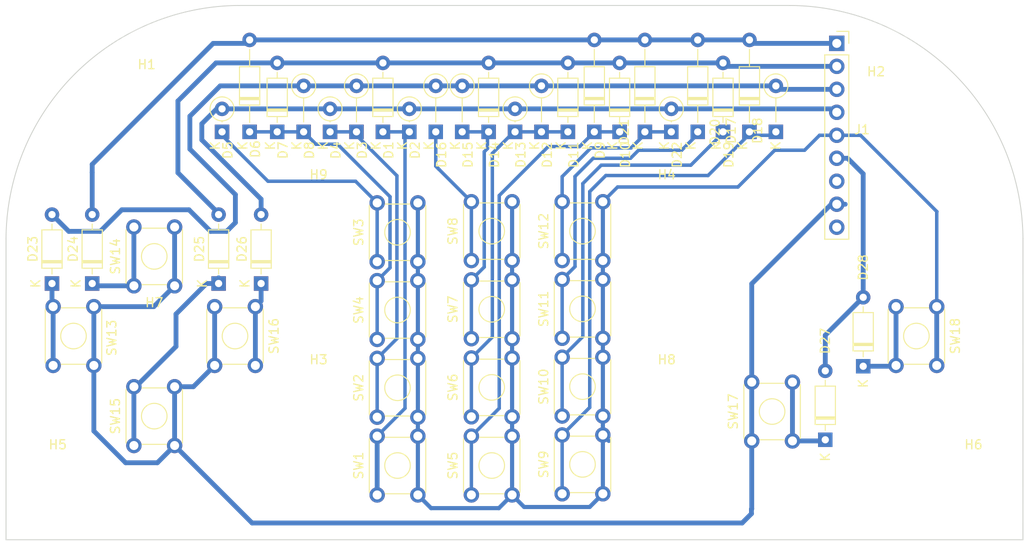
<source format=kicad_pcb>
(kicad_pcb (version 20240108) (generator "pcbnew") (generator_version "8.0")
  (layers (0 "F.Cu" signal) (31 "B.Cu" signal) (34 "B.Paste" user) (35 "F.Paste" user) (36 "B.SilkS" user "B.Silkscreen") (37 "F.SilkS" user "F.Silkscreen") (38 "B.Mask" user) (39 "F.Mask" user) (44 "Edge.Cuts" user))
  (net 0 "")
  (net 1 "/DIN_2")
  (net 2 "/DIN_4")
  (net 3 "/DIN_3")
  (net 4 "/DIN_1")
  (net 5 "Net-(D1-K)")
  (net 6 "Net-(D3-K)")
  (net 7 "Net-(D5-K)")
  (net 8 "/DIN_6")
  (net 9 "/DIN_5")
  (net 10 "Net-(D6-K)")
  (net 11 "Net-(D10-K)")
  (net 12 "Net-(D11-K)")
  (net 13 "Net-(D14-K)")
  (net 14 "Net-(D16-K)")
  (net 15 "Net-(D17-K)")
  (net 16 "Net-(D19-K)")
  (net 17 "Net-(D20-K)")
  (net 18 "Net-(D21-K)")
  (net 19 "Net-(D23-K)")
  (net 20 "Net-(D24-K)")
  (net 21 "Net-(D25-K)")
  (net 22 "Net-(D26-K)")
  (net 23 "Net-(D27-K)")
  (net 24 "Net-(D28-K)")
  (net 27 "/DIN_8")
  (footprint "Diode_THT:D_DO-35_SOD27_P7.62mm_Horizontal" (layer "F.Cu") (at 128.651 85.852 90)
    (property "Reference" "D1" (at -2.032 0.635 90) (layer "F.SilkS"))
    (property "Value" "D_Small")
    (fp_text user "K" (at -1.524 -0.762 90) (layer "F.SilkS"))
    (pad "1" thru_hole rect (at 0 0 90) (size 1.6 1.6) (drill 0.8) (layers "*.Cu" "*.Mask") (net 5 "Net-(D1-K)"))
    (pad "2" thru_hole oval (at 7.62 0 90) (size 1.6 1.6) (drill 0.8) (layers "*.Cu" "*.Mask") (net 1 "/DIN_2"))
  )
  (footprint "Diode_THT:D_DO-35_SOD27_P2.54mm_Vertical_KathodeUp" (layer "F.Cu") (at 131.572 85.852 90)
    (property "Reference" "D2" (at -2.032 0.635 90) (layer "F.SilkS"))
    (property "Value" "D_Small")
    (fp_text user "K" (at -1.524 -0.762 90) (layer "F.SilkS"))
    (pad "1" thru_hole rect (at 0 0 90) (size 1.6 1.6) (drill 0.8) (layers "*.Cu" "*.Mask") (net 5 "Net-(D1-K)"))
    (pad "2" thru_hole oval (at 2.54 0 90) (size 1.6 1.6) (drill 0.8) (layers "*.Cu" "*.Mask") (net 2 "/DIN_4"))
  )
  (footprint "Diode_THT:D_DO-35_SOD27_P2.54mm_Vertical_KathodeUp" (layer "F.Cu") (at 122.809 85.852 90)
    (property "Reference" "D4" (at -2.032 0.635 90) (layer "F.SilkS"))
    (property "Value" "D_Small")
    (fp_text user "K" (at -1.524 -0.762 90) (layer "F.SilkS"))
    (pad "1" thru_hole rect (at 0 0 90) (size 1.6 1.6) (drill 0.8) (layers "*.Cu" "*.Mask") (net 6 "Net-(D3-K)"))
    (pad "2" thru_hole oval (at 2.54 0 90) (size 1.6 1.6) (drill 0.8) (layers "*.Cu" "*.Mask") (net 2 "/DIN_4"))
  )
  (footprint "Diode_THT:D_DO-35_SOD27_P2.54mm_Vertical_KathodeUp" (layer "F.Cu") (at 110.871 85.852 90)
    (property "Reference" "D5" (at -2.032 0.635 90) (layer "F.SilkS"))
    (property "Value" "D_Small")
    (fp_text user "K" (at -1.524 -0.762 90) (layer "F.SilkS"))
    (pad "1" thru_hole rect (at 0 0 90) (size 1.6 1.6) (drill 0.8) (layers "*.Cu" "*.Mask") (net 7 "Net-(D5-K)"))
    (pad "2" thru_hole oval (at 2.54 0 90) (size 1.6 1.6) (drill 0.8) (layers "*.Cu" "*.Mask") (net 2 "/DIN_4"))
  )
  (footprint "Diode_THT:D_DO-35_SOD27_P10.16mm_Horizontal" (layer "F.Cu") (at 113.919 85.852 90)
    (property "Reference" "D6" (at -1.905 0.635 90) (layer "F.SilkS"))
    (property "Value" "D_Small")
    (fp_text user "K" (at -1.524 -0.762 90) (layer "F.SilkS"))
    (pad "1" thru_hole rect (at 0 0 90) (size 1.6 1.6) (drill 0.8) (layers "*.Cu" "*.Mask") (net 10 "Net-(D6-K)"))
    (pad "2" thru_hole oval (at 10.16 0 90) (size 1.6 1.6) (drill 0.8) (layers "*.Cu" "*.Mask") (net 4 "/DIN_1"))
  )
  (footprint "Diode_THT:D_DO-35_SOD27_P7.62mm_Horizontal" (layer "F.Cu") (at 116.967 85.852 90)
    (property "Reference" "D7" (at -2.032 0.635 90) (layer "F.SilkS"))
    (property "Value" "D_Small")
    (fp_text user "K" (at -1.524 -0.762 90) (layer "F.SilkS"))
    (pad "1" thru_hole rect (at 0 0 90) (size 1.6 1.6) (drill 0.8) (layers "*.Cu" "*.Mask") (net 10 "Net-(D6-K)"))
    (pad "2" thru_hole oval (at 7.62 0 90) (size 1.6 1.6) (drill 0.8) (layers "*.Cu" "*.Mask") (net 1 "/DIN_2"))
  )
  (footprint "Diode_THT:D_DO-35_SOD27_P5.08mm_Vertical_KathodeUp" (layer "F.Cu") (at 119.888 85.852 90)
    (property "Reference" "D8" (at -2.032 0.635 90) (layer "F.SilkS"))
    (property "Value" "D_Small")
    (fp_text user "K" (at -1.524 -0.762 90) (layer "F.SilkS"))
    (pad "1" thru_hole rect (at 0 0 90) (size 1.6 1.6) (drill 0.8) (layers "*.Cu" "*.Mask") (net 10 "Net-(D6-K)"))
    (pad "2" thru_hole oval (at 5.08 0 90) (size 1.6 1.6) (drill 0.8) (layers "*.Cu" "*.Mask") (net 3 "/DIN_3"))
  )
  (footprint "Diode_THT:D_DO-35_SOD27_P10.16mm_Horizontal" (layer "F.Cu") (at 152.019 85.852 90)
    (property "Reference" "D9" (at -2.032 0.635 90) (layer "F.SilkS"))
    (property "Value" "D_Small")
    (fp_text user "K" (at -1.524 -0.762 90) (layer "F.SilkS"))
    (pad "1" thru_hole rect (at 0 0 90) (size 1.6 1.6) (drill 0.8) (layers "*.Cu" "*.Mask") (net 11 "Net-(D10-K)"))
    (pad "2" thru_hole oval (at 10.16 0 90) (size 1.6 1.6) (drill 0.8) (layers "*.Cu" "*.Mask") (net 4 "/DIN_1"))
  )
  (footprint "Diode_THT:D_DO-35_SOD27_P7.62mm_Horizontal" (layer "F.Cu") (at 154.813 85.852 90)
    (property "Reference" "D10" (at -2.54 0.635 90) (layer "F.SilkS"))
    (property "Value" "D_Small")
    (fp_text user "K" (at -1.524 -0.762 90) (layer "F.SilkS"))
    (pad "1" thru_hole rect (at 0 0 90) (size 1.6 1.6) (drill 0.8) (layers "*.Cu" "*.Mask") (net 11 "Net-(D10-K)"))
    (pad "2" thru_hole oval (at 7.62 0 90) (size 1.6 1.6) (drill 0.8) (layers "*.Cu" "*.Mask") (net 1 "/DIN_2"))
  )
  (footprint "Diode_THT:D_DO-35_SOD27_P7.62mm_Horizontal" (layer "F.Cu") (at 149.098 85.852 90)
    (property "Reference" "D11" (at -2.54 0.635 90) (layer "F.SilkS"))
    (property "Value" "D_Small")
    (fp_text user "K" (at -1.524 -0.762 90) (layer "F.SilkS"))
    (pad "1" thru_hole rect (at 0 0 90) (size 1.6 1.6) (drill 0.8) (layers "*.Cu" "*.Mask") (net 12 "Net-(D11-K)"))
    (pad "2" thru_hole oval (at 7.62 0 90) (size 1.6 1.6) (drill 0.8) (layers "*.Cu" "*.Mask") (net 1 "/DIN_2"))
  )
  (footprint "Diode_THT:D_DO-35_SOD27_P5.08mm_Vertical_KathodeUp" (layer "F.Cu") (at 146.177 85.852 90)
    (property "Reference" "D12" (at -2.54 0.635 90) (layer "F.SilkS"))
    (property "Value" "D_Small")
    (fp_text user "K" (at -1.524 -0.762 90) (layer "F.SilkS"))
    (pad "1" thru_hole rect (at 0 0 90) (size 1.6 1.6) (drill 0.8) (layers "*.Cu" "*.Mask") (net 12 "Net-(D11-K)"))
    (pad "2" thru_hole oval (at 5.08 0 90) (size 1.6 1.6) (drill 0.8) (layers "*.Cu" "*.Mask") (net 3 "/DIN_3"))
  )
  (footprint "Diode_THT:D_DO-35_SOD27_P2.54mm_Vertical_KathodeUp" (layer "F.Cu") (at 143.256 85.852 90)
    (property "Reference" "D13" (at -2.54 0.635 90) (layer "F.SilkS"))
    (property "Value" "D_Small")
    (fp_text user "K" (at -1.524 -0.762 90) (layer "F.SilkS"))
    (pad "1" thru_hole rect (at 0 0 90) (size 1.6 1.6) (drill 0.8) (layers "*.Cu" "*.Mask") (net 12 "Net-(D11-K)"))
    (pad "2" thru_hole oval (at 2.54 0 90) (size 1.6 1.6) (drill 0.8) (layers "*.Cu" "*.Mask") (net 2 "/DIN_4"))
  )
  (footprint "Diode_THT:D_DO-35_SOD27_P7.62mm_Horizontal" (layer "F.Cu") (at 140.335 85.852 90)
    (property "Reference" "D14" (at -2.54 0.635 90) (layer "F.SilkS"))
    (property "Value" "D_Small")
    (fp_text user "K" (at -1.524 -0.762 90) (layer "F.SilkS"))
    (pad "1" thru_hole rect (at 0 0 90) (size 1.6 1.6) (drill 0.8) (layers "*.Cu" "*.Mask") (net 13 "Net-(D14-K)"))
    (pad "2" thru_hole oval (at 7.62 0 90) (size 1.6 1.6) (drill 0.8) (layers "*.Cu" "*.Mask") (net 1 "/DIN_2"))
  )
  (footprint "Diode_THT:D_DO-35_SOD27_P5.08mm_Vertical_KathodeUp" (layer "F.Cu") (at 137.414 85.852 90)
    (property "Reference" "D15" (at -2.54 0.635 90) (layer "F.SilkS"))
    (property "Value" "D_Small")
    (fp_text user "K" (at -1.524 -0.762 90) (layer "F.SilkS"))
    (pad "1" thru_hole rect (at 0 0 90) (size 1.6 1.6) (drill 0.8) (layers "*.Cu" "*.Mask") (net 13 "Net-(D14-K)"))
    (pad "2" thru_hole oval (at 5.08 0 90) (size 1.6 1.6) (drill 0.8) (layers "*.Cu" "*.Mask") (net 3 "/DIN_3"))
  )
  (footprint "Diode_THT:D_DO-35_SOD27_P5.08mm_Vertical_KathodeUp" (layer "F.Cu") (at 134.493 85.852 90)
    (property "Reference" "D16" (at -2.54 0.635 90) (layer "F.SilkS"))
    (property "Value" "D_Small")
    (fp_text user "K" (at -1.524 -0.762 90) (layer "F.SilkS"))
    (pad "1" thru_hole rect (at 0 0 90) (size 1.6 1.6) (drill 0.8) (layers "*.Cu" "*.Mask") (net 14 "Net-(D16-K)"))
    (pad "2" thru_hole oval (at 5.08 0 90) (size 1.6 1.6) (drill 0.8) (layers "*.Cu" "*.Mask") (net 3 "/DIN_3"))
  )
  (footprint "Diode_THT:D_DO-35_SOD27_P10.16mm_Horizontal" (layer "F.Cu") (at 169.164 85.852 90)
    (property "Reference" "D17" (at 0.127 -2.032 90) (layer "F.SilkS"))
    (property "Value" "D_Small")
    (fp_text user "K" (at -1.524 -0.762 90) (layer "F.SilkS"))
    (pad "1" thru_hole rect (at 0 0 90) (size 1.6 1.6) (drill 0.8) (layers "*.Cu" "*.Mask") (net 15 "Net-(D17-K)"))
    (pad "2" thru_hole oval (at 10.16 0 90) (size 1.6 1.6) (drill 0.8) (layers "*.Cu" "*.Mask") (net 4 "/DIN_1"))
  )
  (footprint "Diode_THT:D_DO-35_SOD27_P5.08mm_Vertical_KathodeUp" (layer "F.Cu") (at 172.085 85.852 90)
    (property "Reference" "D18" (at 0.127 -2.032 90) (layer "F.SilkS"))
    (property "Value" "D_Small")
    (fp_text user "K" (at -1.524 0 90) (layer "F.SilkS"))
    (pad "1" thru_hole rect (at 0 0 90) (size 1.6 1.6) (drill 0.8) (layers "*.Cu" "*.Mask") (net 15 "Net-(D17-K)"))
    (pad "2" thru_hole oval (at 5.08 0 90) (size 1.6 1.6) (drill 0.8) (layers "*.Cu" "*.Mask") (net 3 "/DIN_3"))
  )
  (footprint "Diode_THT:D_DO-35_SOD27_P7.62mm_Horizontal" (layer "F.Cu") (at 166.243 85.852 90)
    (property "Reference" "D19" (at -2.54 0.635 90) (layer "F.SilkS"))
    (property "Value" "D_Small")
    (fp_text user "K" (at -1.524 -0.762 90) (layer "F.SilkS"))
    (pad "1" thru_hole rect (at 0 0 90) (size 1.6 1.6) (drill 0.8) (layers "*.Cu" "*.Mask") (net 16 "Net-(D19-K)"))
    (pad "2" thru_hole oval (at 7.62 0 90) (size 1.6 1.6) (drill 0.8) (layers "*.Cu" "*.Mask") (net 1 "/DIN_2"))
  )
  (footprint "Diode_THT:D_DO-35_SOD27_P10.16mm_Horizontal" (layer "F.Cu") (at 163.449 85.852 90)
    (property "Reference" "D20" (at 0 1.905 -90) (layer "F.SilkS"))
    (property "Value" "D_Small")
    (fp_text user "K" (at -1.524 -0.762 90) (layer "F.SilkS"))
    (pad "1" thru_hole rect (at 0 0 90) (size 1.6 1.6) (drill 0.8) (layers "*.Cu" "*.Mask") (net 17 "Net-(D20-K)"))
    (pad "2" thru_hole oval (at 10.16 0 90) (size 1.6 1.6) (drill 0.8) (layers "*.Cu" "*.Mask") (net 4 "/DIN_1"))
  )
  (footprint "Diode_THT:D_DO-35_SOD27_P10.16mm_Horizontal" (layer "F.Cu") (at 157.607 85.852 90)
    (property "Reference" "D21" (at 0 -2.286 -90) (layer "F.SilkS"))
    (property "Value" "D_Small")
    (fp_text user "K" (at -1.524 -0.762 90) (layer "F.SilkS"))
    (pad "1" thru_hole rect (at 0 0 90) (size 1.6 1.6) (drill 0.8) (layers "*.Cu" "*.Mask") (net 18 "Net-(D21-K)"))
    (pad "2" thru_hole oval (at 10.16 0 90) (size 1.6 1.6) (drill 0.8) (layers "*.Cu" "*.Mask") (net 4 "/DIN_1"))
  )
  (footprint "Diode_THT:D_DO-35_SOD27_P2.54mm_Vertical_KathodeUp" (layer "F.Cu") (at 160.528 85.852 90)
    (property "Reference" "D22" (at -2.54 0.635 90) (layer "F.SilkS"))
    (property "Value" "D_Small")
    (fp_text user "K" (at -1.524 -0.762 90) (layer "F.SilkS"))
    (pad "1" thru_hole rect (at 0 0 90) (size 1.6 1.6) (drill 0.8) (layers "*.Cu" "*.Mask") (net 18 "Net-(D21-K)"))
    (pad "2" thru_hole oval (at 2.54 0 90) (size 1.6 1.6) (drill 0.8) (layers "*.Cu" "*.Mask") (net 2 "/DIN_4"))
  )
  (footprint "Connector_PinSocket_2.54mm:PinSocket_1x09_P2.54mm_Vertical" (layer "F.Cu") (at 178.816 76.073)
    (property "Reference" "J1" (at 2.794 9.525 0) (layer "F.SilkS"))
    (property "Value" "Conn_01x09")
    (pad "1" thru_hole rect (at 0 0) (size 1.7 1.7) (drill 1) (layers "*.Cu" "*.Mask") (net 4 "/DIN_1"))
    (pad "2" thru_hole oval (at 0 2.54) (size 1.7 1.7) (drill 1) (layers "*.Cu" "*.Mask") (net 1 "/DIN_2"))
    (pad "3" thru_hole oval (at 0 5.08) (size 1.7 1.7) (drill 1) (layers "*.Cu" "*.Mask") (net 3 "/DIN_3"))
    (pad "4" thru_hole oval (at 0 7.62) (size 1.7 1.7) (drill 1) (layers "*.Cu" "*.Mask") (net 2 "/DIN_4"))
    (pad "5" thru_hole oval (at 0 10.16) (size 1.7 1.7) (drill 1) (layers "*.Cu" "*.Mask") (net 9 "/DIN_5"))
    (pad "6" thru_hole oval (at 0 12.7) (size 1.7 1.7) (drill 1) (layers "*.Cu" "*.Mask") (net 8 "/DIN_6"))
    (pad "7" thru_hole oval (at 0 15.24) (size 1.7 1.7) (drill 1) (layers "*.Cu" "*.Mask"))
    (pad "8" thru_hole oval (at 0 17.78) (size 1.7 1.7) (drill 1) (layers "*.Cu" "*.Mask") (net 27 "/DIN_8"))
    (pad "9" thru_hole oval (at 0 20.32) (size 1.7 1.7) (drill 1) (layers "*.Cu" "*.Mask"))
  )
  (footprint "Button_Switch_THT:SW_TH_Tactile_Omron_B3F-10xx" (layer "F.Cu") (at 128.016 125.984 90)
    (property "Reference" "SW1" (at 3.25 -2.05 90) (layer "F.SilkS"))
    (property "Value" "SW_AST")
    (pad "1" thru_hole circle (at 0 0 90) (size 1.7 1.7) (drill 1) (layers "*.Cu" "*.Mask") (net 5 "Net-(D1-K)"))
    (pad "2" thru_hole circle (at 6.5 0 90) (size 1.7 1.7) (drill 1) (layers "*.Cu" "*.Mask") (net 5 "Net-(D1-K)"))
    (pad "3" thru_hole circle (at 0 4.5 90) (size 1.7 1.7) (drill 1) (layers "*.Cu" "*.Mask") (net 9 "/DIN_5"))
    (pad "4" thru_hole circle (at 6.5 4.5 90) (size 1.7 1.7) (drill 1) (layers "*.Cu" "*.Mask") (net 9 "/DIN_5"))
  )
  (footprint "Button_Switch_THT:SW_TH_Tactile_Omron_B3F-10xx" (layer "F.Cu") (at 128.016 117.390332 90)
    (property "Reference" "SW2" (at 3.25 -2.05 90) (layer "F.SilkS"))
    (property "Value" "SW_7")
    (pad "1" thru_hole circle (at 0 0 90) (size 1.7 1.7) (drill 1) (layers "*.Cu" "*.Mask") (net 6 "Net-(D3-K)"))
    (pad "2" thru_hole circle (at 6.5 0 90) (size 1.7 1.7) (drill 1) (layers "*.Cu" "*.Mask") (net 6 "Net-(D3-K)"))
    (pad "3" thru_hole circle (at 0 4.5 90) (size 1.7 1.7) (drill 1) (layers "*.Cu" "*.Mask") (net 9 "/DIN_5"))
    (pad "4" thru_hole circle (at 6.5 4.5 90) (size 1.7 1.7) (drill 1) (layers "*.Cu" "*.Mask") (net 9 "/DIN_5"))
  )
  (footprint "Button_Switch_THT:SW_TH_Tactile_Omron_B3F-10xx" (layer "F.Cu") (at 128.016 100.203 90)
    (property "Reference" "SW3" (at 3.25 -2.05 90) (layer "F.SilkS"))
    (property "Value" "SW_1")
    (pad "1" thru_hole circle (at 0 0 90) (size 1.7 1.7) (drill 1) (layers "*.Cu" "*.Mask") (net 7 "Net-(D5-K)"))
    (pad "2" thru_hole circle (at 6.5 0 90) (size 1.7 1.7) (drill 1) (layers "*.Cu" "*.Mask") (net 7 "Net-(D5-K)"))
    (pad "3" thru_hole circle (at 0 4.5 90) (size 1.7 1.7) (drill 1) (layers "*.Cu" "*.Mask") (net 9 "/DIN_5"))
    (pad "4" thru_hole circle (at 6.5 4.5 90) (size 1.7 1.7) (drill 1) (layers "*.Cu" "*.Mask") (net 9 "/DIN_5"))
  )
  (footprint "Button_Switch_THT:SW_TH_Tactile_Omron_B3F-10xx" (layer "F.Cu") (at 128.016 108.796666 90)
    (property "Reference" "SW4" (at 3.25 -2.05 90) (layer "F.SilkS"))
    (property "Value" "SW_4")
    (pad "1" thru_hole circle (at 0 0 90) (size 1.7 1.7) (drill 1) (layers "*.Cu" "*.Mask") (net 10 "Net-(D6-K)"))
    (pad "2" thru_hole circle (at 6.5 0 90) (size 1.7 1.7) (drill 1) (layers "*.Cu" "*.Mask") (net 10 "Net-(D6-K)"))
    (pad "3" thru_hole circle (at 0 4.5 90) (size 1.7 1.7) (drill 1) (layers "*.Cu" "*.Mask") (net 9 "/DIN_5"))
    (pad "4" thru_hole circle (at 6.5 4.5 90) (size 1.7 1.7) (drill 1) (layers "*.Cu" "*.Mask") (net 9 "/DIN_5"))
  )
  (footprint "Button_Switch_THT:SW_TH_Tactile_Omron_B3F-10xx" (layer "F.Cu") (at 138.43 125.984 90)
    (property "Reference" "SW5" (at 3.25 -2.05 90) (layer "F.SilkS"))
    (property "Value" "SW_0")
    (pad "1" thru_hole circle (at 0 0 90) (size 1.7 1.7) (drill 1) (layers "*.Cu" "*.Mask") (net 11 "Net-(D10-K)"))
    (pad "2" thru_hole circle (at 6.5 0 90) (size 1.7 1.7) (drill 1) (layers "*.Cu" "*.Mask") (net 11 "Net-(D10-K)"))
    (pad "3" thru_hole circle (at 0 4.5 90) (size 1.7 1.7) (drill 1) (layers "*.Cu" "*.Mask") (net 9 "/DIN_5"))
    (pad "4" thru_hole circle (at 6.5 4.5 90) (size 1.7 1.7) (drill 1) (layers "*.Cu" "*.Mask") (net 9 "/DIN_5"))
  )
  (footprint "Button_Switch_THT:SW_TH_Tactile_Omron_B3F-10xx" (layer "F.Cu") (at 138.43 117.348 90)
    (property "Reference" "SW6" (at 3.25 -2.05 90) (layer "F.SilkS"))
    (property "Value" "SW_8")
    (pad "1" thru_hole circle (at 0 0 90) (size 1.7 1.7) (drill 1) (layers "*.Cu" "*.Mask") (net 12 "Net-(D11-K)"))
    (pad "2" thru_hole circle (at 6.5 0 90) (size 1.7 1.7) (drill 1) (layers "*.Cu" "*.Mask") (net 12 "Net-(D11-K)"))
    (pad "3" thru_hole circle (at 0 4.5 90) (size 1.7 1.7) (drill 1) (layers "*.Cu" "*.Mask") (net 9 "/DIN_5"))
    (pad "4" thru_hole circle (at 6.5 4.5 90) (size 1.7 1.7) (drill 1) (layers "*.Cu" "*.Mask") (net 9 "/DIN_5"))
  )
  (footprint "Button_Switch_THT:SW_TH_Tactile_Omron_B3F-10xx" (layer "F.Cu") (at 138.43 108.712 90)
    (property "Reference" "SW7" (at 3.25 -2.05 90) (layer "F.SilkS"))
    (property "Value" "SW_5")
    (pad "1" thru_hole circle (at 0 0 90) (size 1.7 1.7) (drill 1) (layers "*.Cu" "*.Mask") (net 13 "Net-(D14-K)"))
    (pad "2" thru_hole circle (at 6.5 0 90) (size 1.7 1.7) (drill 1) (layers "*.Cu" "*.Mask") (net 13 "Net-(D14-K)"))
    (pad "3" thru_hole circle (at 0 4.5 90) (size 1.7 1.7) (drill 1) (layers "*.Cu" "*.Mask") (net 9 "/DIN_5"))
    (pad "4" thru_hole circle (at 6.5 4.5 90) (size 1.7 1.7) (drill 1) (layers "*.Cu" "*.Mask") (net 9 "/DIN_5"))
  )
  (footprint "Button_Switch_THT:SW_TH_Tactile_Omron_B3F-10xx" (layer "F.Cu") (at 138.43 100.076 90)
    (property "Reference" "SW8" (at 3.25 -2.05 90) (layer "F.SilkS"))
    (property "Value" "SW_2")
    (pad "1" thru_hole circle (at 0 0 90) (size 1.7 1.7) (drill 1) (layers "*.Cu" "*.Mask") (net 14 "Net-(D16-K)"))
    (pad "2" thru_hole circle (at 6.5 0 90) (size 1.7 1.7) (drill 1) (layers "*.Cu" "*.Mask") (net 14 "Net-(D16-K)"))
    (pad "3" thru_hole circle (at 0 4.5 90) (size 1.7 1.7) (drill 1) (layers "*.Cu" "*.Mask") (net 9 "/DIN_5"))
    (pad "4" thru_hole circle (at 6.5 4.5 90) (size 1.7 1.7) (drill 1) (layers "*.Cu" "*.Mask") (net 9 "/DIN_5"))
  )
  (footprint "Button_Switch_THT:SW_TH_Tactile_Omron_B3F-10xx" (layer "F.Cu") (at 148.463 125.857 90)
    (property "Reference" "SW9" (at 3.25 -2.05 90) (layer "F.SilkS"))
    (property "Value" "SW_POUND")
    (pad "1" thru_hole circle (at 0 0 90) (size 1.7 1.7) (drill 1) (layers "*.Cu" "*.Mask") (net 15 "Net-(D17-K)"))
    (pad "2" thru_hole circle (at 6.5 0 90) (size 1.7 1.7) (drill 1) (layers "*.Cu" "*.Mask") (net 15 "Net-(D17-K)"))
    (pad "3" thru_hole circle (at 0 4.5 90) (size 1.7 1.7) (drill 1) (layers "*.Cu" "*.Mask") (net 9 "/DIN_5"))
    (pad "4" thru_hole circle (at 6.5 4.5 90) (size 1.7 1.7) (drill 1) (layers "*.Cu" "*.Mask") (net 9 "/DIN_5"))
  )
  (footprint "Button_Switch_THT:SW_TH_Tactile_Omron_B3F-10xx" (layer "F.Cu") (at 148.463 117.263332 90)
    (property "Reference" "SW10" (at 3.25 -2.05 90) (layer "F.SilkS"))
    (property "Value" "SW_9")
    (pad "1" thru_hole circle (at 0 0 90) (size 1.7 1.7) (drill 1) (layers "*.Cu" "*.Mask") (net 16 "Net-(D19-K)"))
    (pad "2" thru_hole circle (at 6.5 0 90) (size 1.7 1.7) (drill 1) (layers "*.Cu" "*.Mask") (net 16 "Net-(D19-K)"))
    (pad "3" thru_hole circle (at 0 4.5 90) (size 1.7 1.7) (drill 1) (layers "*.Cu" "*.Mask") (net 9 "/DIN_5"))
    (pad "4" thru_hole circle (at 6.5 4.5 90) (size 1.7 1.7) (drill 1) (layers "*.Cu" "*.Mask") (net 9 "/DIN_5"))
  )
  (footprint "Button_Switch_THT:SW_TH_Tactile_Omron_B3F-10xx" (layer "F.Cu") (at 148.463 108.669666 90)
    (property "Reference" "SW11" (at 3.25 -2.05 90) (layer "F.SilkS"))
    (property "Value" "SW_6")
    (pad "1" thru_hole circle (at 0 0 90) (size 1.7 1.7) (drill 1) (layers "*.Cu" "*.Mask") (net 17 "Net-(D20-K)"))
    (pad "2" thru_hole circle (at 6.5 0 90) (size 1.7 1.7) (drill 1) (layers "*.Cu" "*.Mask") (net 17 "Net-(D20-K)"))
    (pad "3" thru_hole circle (at 0 4.5 90) (size 1.7 1.7) (drill 1) (layers "*.Cu" "*.Mask") (net 9 "/DIN_5"))
    (pad "4" thru_hole circle (at 6.5 4.5 90) (size 1.7 1.7) (drill 1) (layers "*.Cu" "*.Mask") (net 9 "/DIN_5"))
  )
  (footprint "Button_Switch_THT:SW_TH_Tactile_Omron_B3F-10xx" (layer "F.Cu") (at 148.463 100.076 90)
    (property "Reference" "SW12" (at 3.25 -2.05 90) (layer "F.SilkS"))
    (property "Value" "SW_3")
    (pad "1" thru_hole circle (at 0 0 90) (size 1.7 1.7) (drill 1) (layers "*.Cu" "*.Mask") (net 18 "Net-(D21-K)"))
    (pad "2" thru_hole circle (at 6.5 0 90) (size 1.7 1.7) (drill 1) (layers "*.Cu" "*.Mask") (net 18 "Net-(D21-K)"))
    (pad "3" thru_hole circle (at 0 4.5 90) (size 1.7 1.7) (drill 1) (layers "*.Cu" "*.Mask") (net 9 "/DIN_5"))
    (pad "4" thru_hole circle (at 6.5 4.5 90) (size 1.7 1.7) (drill 1) (layers "*.Cu" "*.Mask") (net 9 "/DIN_5"))
  )
  (footprint "Button_Switch_THT:SW_TH_Tactile_Omron_B3F-10xx" (layer "F.Cu") (at 92.202 111.672 90)
    (property "Reference" "SW13" (at 3.048 6.477 90) (layer "F.SilkS"))
    (property "Value" "SW_LEFT")
    (pad "1" thru_hole circle (at 0 0 90) (size 1.7 1.7) (drill 1) (layers "*.Cu" "*.Mask") (net 19 "Net-(D23-K)"))
    (pad "2" thru_hole circle (at 6.5 0 90) (size 1.7 1.7) (drill 1) (layers "*.Cu" "*.Mask") (net 19 "Net-(D23-K)"))
    (pad "3" thru_hole circle (at 0 4.5 90) (size 1.7 1.7) (drill 1) (layers "*.Cu" "*.Mask") (net 27 "/DIN_8"))
    (pad "4" thru_hole circle (at 6.5 4.5 90) (size 1.7 1.7) (drill 1) (layers "*.Cu" "*.Mask") (net 27 "/DIN_8"))
  )
  (footprint "Button_Switch_THT:SW_TH_Tactile_Omron_B3F-10xx" (layer "F.Cu") (at 101.128 102.87 90)
    (property "Reference" "SW14" (at 3.25 -2.05 90) (layer "F.SilkS"))
    (property "Value" "SW_UP")
    (pad "1" thru_hole circle (at 0 0 90) (size 1.7 1.7) (drill 1) (layers "*.Cu" "*.Mask") (net 20 "Net-(D24-K)"))
    (pad "2" thru_hole circle (at 6.5 0 90) (size 1.7 1.7) (drill 1) (layers "*.Cu" "*.Mask") (net 20 "Net-(D24-K)"))
    (pad "3" thru_hole circle (at 0 4.5 90) (size 1.7 1.7) (drill 1) (layers "*.Cu" "*.Mask") (net 27 "/DIN_8"))
    (pad "4" thru_hole circle (at 6.5 4.5 90) (size 1.7 1.7) (drill 1) (layers "*.Cu" "*.Mask") (net 27 "/DIN_8"))
  )
  (footprint "Button_Switch_THT:SW_TH_Tactile_Omron_B3F-10xx" (layer "F.Cu") (at 101.128 120.523 90)
    (property "Reference" "SW15" (at 3.25 -2.05 90) (layer "F.SilkS"))
    (property "Value" "SW_DOWN")
    (pad "1" thru_hole circle (at 0 0 90) (size 1.7 1.7) (drill 1) (layers "*.Cu" "*.Mask") (net 21 "Net-(D25-K)"))
    (pad "2" thru_hole circle (at 6.5 0 90) (size 1.7 1.7) (drill 1) (layers "*.Cu" "*.Mask") (net 21 "Net-(D25-K)"))
    (pad "3" thru_hole circle (at 0 4.5 90) (size 1.7 1.7) (drill 1) (layers "*.Cu" "*.Mask") (net 27 "/DIN_8"))
    (pad "4" thru_hole circle (at 6.5 4.5 90) (size 1.7 1.7) (drill 1) (layers "*.Cu" "*.Mask") (net 27 "/DIN_8"))
  )
  (footprint "Button_Switch_THT:SW_TH_Tactile_Omron_B3F-10xx" (layer "F.Cu") (at 114.554 105.172 -90)
    (property "Reference" "SW16" (at 3.25 -2.05 90) (layer "F.SilkS"))
    (property "Value" "SW_RIGHT")
    (pad "1" thru_hole circle (at 0 0 270) (size 1.7 1.7) (drill 1) (layers "*.Cu" "*.Mask") (net 22 "Net-(D26-K)"))
    (pad "2" thru_hole circle (at 6.5 0 270) (size 1.7 1.7) (drill 1) (layers "*.Cu" "*.Mask") (net 22 "Net-(D26-K)"))
    (pad "3" thru_hole circle (at 0 4.5 270) (size 1.7 1.7) (drill 1) (layers "*.Cu" "*.Mask") (net 27 "/DIN_8"))
    (pad "4" thru_hole circle (at 6.5 4.5 270) (size 1.7 1.7) (drill 1) (layers "*.Cu" "*.Mask") (net 27 "/DIN_8"))
  )
  (footprint "Button_Switch_THT:SW_TH_Tactile_Omron_B3F-10xx" (layer "F.Cu") (at 169.418 120.015 90)
    (property "Reference" "SW17" (at 3.25 -2.05 90) (layer "F.SilkS"))
    (property "Value" "SW_ARM")
    (pad "1" thru_hole circle (at 0 0 90) (size 1.7 1.7) (drill 1) (layers "*.Cu" "*.Mask") (net 27 "/DIN_8"))
    (pad "2" thru_hole circle (at 6.5 0 90) (size 1.7 1.7) (drill 1) (layers "*.Cu" "*.Mask") (net 27 "/DIN_8"))
    (pad "3" thru_hole circle (at 0 4.5 90) (size 1.7 1.7) (drill 1) (layers "*.Cu" "*.Mask") (net 23 "Net-(D27-K)"))
    (pad "4" thru_hole circle (at 6.5 4.5 90) (size 1.7 1.7) (drill 1) (layers "*.Cu" "*.Mask") (net 23 "Net-(D27-K)"))
  )
  (footprint "Button_Switch_THT:SW_TH_Tactile_Omron_B3F-10xx" (layer "F.Cu") (at 189.865 105.172 -90)
    (property "Reference" "SW18" (at 3.25 -2.05 90) (layer "F.SilkS"))
    (property "Value" "SW_FIRE")
    (pad "1" thru_hole circle (at 0 0 270) (size 1.7 1.7) (drill 1) (layers "*.Cu" "*.Mask") (net 9 "/DIN_5"))
    (pad "2" thru_hole circle (at 6.5 0 270) (size 1.7 1.7) (drill 1) (layers "*.Cu" "*.Mask") (net 9 "/DIN_5"))
    (pad "3" thru_hole circle (at 0 4.5 270) (size 1.7 1.7) (drill 1) (layers "*.Cu" "*.Mask") (net 24 "Net-(D28-K)"))
    (pad "4" thru_hole circle (at 6.5 4.5 270) (size 1.7 1.7) (drill 1) (layers "*.Cu" "*.Mask") (net 24 "Net-(D28-K)"))
  )
  (footprint "Diode_THT:D_DO-35_SOD27_P7.62mm_Horizontal" (layer "F.Cu") (at 92.075 102.616 90)
    (property "Reference" "D23" (at 3.81 -2.12 90) (layer "F.SilkS"))
    (property "Value" "D_Small")
    (fp_text user "K" (at 0 -1.8 90) (layer "F.SilkS"))
    (pad "1" thru_hole rect (at 0 0 90) (size 1.6 1.6) (drill 0.8) (layers "*.Cu" "*.Mask") (net 19 "Net-(D23-K)"))
    (pad "2" thru_hole oval (at 7.62 0 90) (size 1.6 1.6) (drill 0.8) (layers "*.Cu" "*.Mask") (net 3 "/DIN_3"))
  )
  (footprint "Diode_THT:D_DO-35_SOD27_P7.62mm_Horizontal" (layer "F.Cu") (at 96.52 102.616 90)
    (property "Reference" "D24" (at 3.81 -2.12 90) (layer "F.SilkS"))
    (property "Value" "D_Small")
    (fp_text user "K" (at 0 -1.8 90) (layer "F.SilkS"))
    (pad "1" thru_hole rect (at 0 0 90) (size 1.6 1.6) (drill 0.8) (layers "*.Cu" "*.Mask") (net 20 "Net-(D24-K)"))
    (pad "2" thru_hole oval (at 7.62 0 90) (size 1.6 1.6) (drill 0.8) (layers "*.Cu" "*.Mask") (net 4 "/DIN_1"))
  )
  (footprint "Diode_THT:D_DO-35_SOD27_P7.62mm_Horizontal" (layer "F.Cu") (at 110.49 102.616 90)
    (property "Reference" "D25" (at 3.81 -2.12 90) (layer "F.SilkS"))
    (property "Value" "D_Small")
    (fp_text user "K" (at 0 -1.8 90) (layer "F.SilkS"))
    (pad "1" thru_hole rect (at 0 0 90) (size 1.6 1.6) (drill 0.8) (layers "*.Cu" "*.Mask") (net 21 "Net-(D25-K)"))
    (pad "2" thru_hole oval (at 7.62 0 90) (size 1.6 1.6) (drill 0.8) (layers "*.Cu" "*.Mask") (net 1 "/DIN_2"))
  )
  (footprint "Diode_THT:D_DO-35_SOD27_P7.62mm_Horizontal" (layer "F.Cu") (at 115.189 102.616 90)
    (property "Reference" "D26" (at 3.81 -2.12 90) (layer "F.SilkS"))
    (property "Value" "D_Small")
    (fp_text user "K" (at 0 -1.8 90) (layer "F.SilkS"))
    (pad "1" thru_hole rect (at 0 0 90) (size 1.6 1.6) (drill 0.8) (layers "*.Cu" "*.Mask") (net 22 "Net-(D26-K)"))
    (pad "2" thru_hole oval (at 7.62 0 90) (size 1.6 1.6) (drill 0.8) (layers "*.Cu" "*.Mask") (net 2 "/DIN_4"))
  )
  (footprint "Diode_THT:D_DO-35_SOD27_P7.62mm_Horizontal" (layer "F.Cu") (at 177.546 119.888 90)
    (property "Reference" "D27" (at 10.922 0 90) (layer "F.SilkS"))
    (property "Value" "D_Small")
    (fp_text user "K" (at -1.905 0 90) (layer "F.SilkS"))
    (pad "1" thru_hole rect (at 0 0 90) (size 1.6 1.6) (drill 0.8) (layers "*.Cu" "*.Mask") (net 23 "Net-(D27-K)"))
    (pad "2" thru_hole oval (at 7.62 0 90) (size 1.6 1.6) (drill 0.8) (layers "*.Cu" "*.Mask") (net 8 "/DIN_6"))
  )
  (footprint "Diode_THT:D_DO-35_SOD27_P7.62mm_Horizontal" (layer "F.Cu") (at 181.737 111.76 90)
    (property "Reference" "D28" (at 10.922 0 90) (layer "F.SilkS"))
    (property "Value" "D_Small")
    (fp_text user "K" (at -1.905 0 90) (layer "F.SilkS"))
    (pad "1" thru_hole rect (at 0 0 90) (size 1.6 1.6) (drill 0.8) (layers "*.Cu" "*.Mask") (net 24 "Net-(D28-K)"))
    (pad "2" thru_hole oval (at 7.62 0 90) (size 1.6 1.6) (drill 0.8) (layers "*.Cu" "*.Mask") (net 8 "/DIN_6"))
  )
  (footprint "MountingHole:MountingHole_2.7mm_M2.5" (layer "F.Cu") (at 103.378 108.422)
    (property "Reference" "H7" (at 0 -3.7 0) (layer "F.SilkS"))
    (property "Value" "MountingHole")
    (pad "" np_thru_hole circle (at 0 0) (size 2.7 2.7) (drill 2.7) (layers "*.Cu" "*.Mask"))
  )
  (footprint "MountingHole:MountingHole_4.3mm_M4" (layer "F.Cu") (at 97.79 82.677)
    (property "Reference" "H1" (at 4.7498 -4.2672 0) (layer "F.SilkS"))
    (property "Value" "MountingHole")
    (pad "" np_thru_hole circle (at 0 0) (size 4.3 4.3) (drill 4.3) (layers "*.Cu" "*.Mask"))
  )
  (footprint "MountingHole:MountingHole_4.3mm_M4" (layer "F.Cu") (at 187.833 82.677)
    (property "Reference" "H2" (at -4.6736 -3.4798 0) (layer "F.SilkS"))
    (property "Value" "MountingHole")
    (pad "" np_thru_hole circle (at 0 0) (size 4.3 4.3) (drill 4.3) (layers "*.Cu" "*.Mask"))
  )
  (footprint "MountingHole:MountingHole_4.3mm_M4" (layer "F.Cu") (at 121.539 116.332)
    (property "Reference" "H3" (at 0 -5.3 0) (layer "F.SilkS"))
    (property "Value" "MountingHole")
    (pad "" np_thru_hole circle (at 0 0) (size 4.3 4.3) (drill 4.3) (layers "*.Cu" "*.Mask"))
  )
  (footprint "MountingHole:MountingHole_4.3mm_M4" (layer "F.Cu") (at 160.02 95.885)
    (property "Reference" "H4" (at 0 -5.3 0) (layer "F.SilkS"))
    (property "Value" "MountingHole")
    (pad "" np_thru_hole circle (at 0 0) (size 4.3 4.3) (drill 4.3) (layers "*.Cu" "*.Mask"))
  )
  (footprint "MountingHole:MountingHole_4.3mm_M4" (layer "F.Cu") (at 92.71 125.73)
    (property "Reference" "H5" (at 0 -5.3 0) (layer "F.SilkS"))
    (property "Value" "MountingHole")
    (pad "" np_thru_hole circle (at 0 0) (size 4.3 4.3) (drill 4.3) (layers "*.Cu" "*.Mask"))
  )
  (footprint "MountingHole:MountingHole_4.3mm_M4" (layer "F.Cu") (at 193.929 125.73)
    (property "Reference" "H6" (at 0 -5.3 0) (layer "F.SilkS"))
    (property "Value" "MountingHole")
    (pad "" np_thru_hole circle (at 0 0) (size 4.3 4.3) (drill 4.3) (layers "*.Cu" "*.Mask"))
  )
  (footprint "MountingHole:MountingHole_4.3mm_M4" (layer "F.Cu") (at 160.02 116.332)
    (property "Reference" "H8" (at 0 -5.3 0) (layer "F.SilkS"))
    (property "Value" "MountingHole")
    (pad "" np_thru_hole circle (at 0 0) (size 4.3 4.3) (drill 4.3) (layers "*.Cu" "*.Mask"))
  )
  (footprint "MountingHole:MountingHole_4.3mm_M4" (layer "F.Cu") (at 121.539 95.885)
    (property "Reference" "H9" (at 0 -5.3 0) (layer "F.SilkS"))
    (property "Value" "MountingHole")
    (pad "" np_thru_hole circle (at 0 0) (size 4.3 4.3) (drill 4.3) (layers "*.Cu" "*.Mask"))
  )
  (footprint "Diode_THT:D_DO-35_SOD27_P5.08mm_Vertical_KathodeUp" (layer "F.Cu") (at 125.73 85.852 90)
    (property "Reference" "D3" (at -2.032 0.635 90) (layer "F.SilkS"))
    (property "Value" "D_Small")
    (fp_text user "K" (at -1.524 -0.762 90) (layer "F.SilkS"))
    (pad "1" thru_hole rect (at 0 0 90) (size 1.6 1.6) (drill 0.8) (layers "*.Cu" "*.Mask") (net 6 "Net-(D3-K)"))
    (pad "2" thru_hole oval (at 5.08 0 90) (size 1.6 1.6) (drill 0.8) (layers "*.Cu" "*.Mask") (net 3 "/DIN_3"))
  )
  (gr_arc (start 173.609 71.882) (mid 191.804287 79.468793) (end 199.393626 97.663018) (stroke (width 0.1016)) (layer "Edge.Cuts"))
  (gr_line (start 86.995 130.937) (end 86.994982 97.666626) (stroke (width 0.1016)) (layer "Edge.Cuts"))
  (gr_line (start 199.393626 97.663018) (end 199.39 130.937) (stroke (width 0.1016)) (layer "Edge.Cuts"))
  (gr_line (start 112.776 71.882) (end 173.609 71.882) (stroke (width 0.1016)) (layer "Edge.Cuts"))
  (gr_line (start 199.39 130.937) (end 86.995 130.937) (stroke (width 0.1016)) (layer "Edge.Cuts"))
  (gr_arc (start 86.994982 97.666626) (mid 94.581775 79.471339) (end 112.776 71.882) (stroke (width 0.1016)) (layer "Edge.Cuts"))
  (segment (start 116.967 78.232) (end 110.20471 78.232) (width 0.5334) (layer "B.Cu") (net 1))
  (segment (start 166.624 78.613) (end 166.243 78.232) (width 0.5334) (layer "B.Cu") (net 1))
  (segment (start 116.967 78.232) (end 166.243 78.232) (width 0.5334) (layer "B.Cu") (net 1))
  (segment (start 105.994278 82.442433) (end 105.994278 90.373278) (width 0.5334) (layer "B.Cu") (net 1))
  (segment (start 110.20471 78.232) (end 105.994278 82.442433) (width 0.5334) (layer "B.Cu") (net 1))
  (segment (start 110.49 94.869) (end 110.49 94.996) (width 0.5334) (layer "B.Cu") (net 1))
  (segment (start 178.816 78.613) (end 166.624 78.613) (width 0.5334) (layer "B.Cu") (net 1))
  (segment (start 105.994278 90.373278) (end 110.49 94.869) (width 0.5334) (layer "B.Cu") (net 1))
  (segment (start 178.689 78.486) (end 178.816 78.613) (width 0.5334) (layer "B.Cu") (net 1))
  (segment (start 110.28593 83.312) (end 108.635899 84.962031) (width 0.5334) (layer "B.Cu") (net 2))
  (segment (start 110.871 83.312) (end 178.435 83.312) (width 0.5334) (layer "B.Cu") (net 2))
  (segment (start 115.189 93.29507) (end 115.189 94.996) (width 0.5334) (layer "B.Cu") (net 2))
  (segment (start 160.782 83.693) (end 160.401 83.312) (width 0.5334) (layer "B.Cu") (net 2))
  (segment (start 178.435 83.312) (end 178.816 83.693) (width 0.5334) (layer "B.Cu") (net 2))
  (segment (start 108.635899 86.741969) (end 115.189 93.29507) (width 0.5334) (layer "B.Cu") (net 2))
  (segment (start 122.555 83.312) (end 122.682 83.185) (width 0.5334) (layer "B.Cu") (net 2))
  (segment (start 108.635899 84.962031) (end 108.635899 86.741969) (width 0.5334) (layer "B.Cu") (net 2))
  (segment (start 110.49 83.312) (end 110.28593 83.312) (width 0.5334) (layer "B.Cu") (net 2))
  (segment (start 112.344101 95.885969) (end 112.344101 92.786101) (width 0.5334) (layer "B.Cu") (net 3))
  (segment (start 107.315089 87.757089) (end 107.315089 84.123841) (width 0.5334) (layer "B.Cu") (net 3))
  (segment (start 111.379969 96.850101) (end 112.344101 95.885969) (width 0.5334) (layer "B.Cu") (net 3))
  (segment (start 107.315089 84.123841) (end 110.66693 80.772) (width 0.5334) (layer "B.Cu") (net 3))
  (segment (start 110.66693 80.772) (end 119.888 80.772) (width 0.5334) (layer "B.Cu") (net 3))
  (segment (start 172.466 81.153) (end 172.085 80.772) (width 0.5334) (layer "B.Cu") (net 3))
  (segment (start 93.929101 96.850101) (end 97.409969 96.850101) (width 0.5334) (layer "B.Cu") (net 3))
  (segment (start 99.794171 94.465899) (end 107.215829 94.465899) (width 0.5334) (layer "B.Cu") (net 3))
  (segment (start 178.816 81.153) (end 172.466 81.153) (width 0.5334) (layer "B.Cu") (net 3))
  (segment (start 97.409969 96.850101) (end 99.794171 94.465899) (width 0.5334) (layer "B.Cu") (net 3))
  (segment (start 146.177 80.772) (end 119.888 80.772) (width 0.5334) (layer "B.Cu") (net 3))
  (segment (start 107.215829 94.465899) (end 109.600031 96.850101) (width 0.5334) (layer "B.Cu") (net 3))
  (segment (start 172.085 80.772) (end 146.177 80.772) (width 0.5334) (layer "B.Cu") (net 3))
  (segment (start 172.085 81.153) (end 171.831 80.899) (width 0.5334) (layer "B.Cu") (net 3))
  (segment (start 109.600031 96.850101) (end 111.379969 96.850101) (width 0.5334) (layer "B.Cu") (net 3))
  (segment (start 112.344101 92.786101) (end 107.315089 87.757089) (width 0.5334) (layer "B.Cu") (net 3))
  (segment (start 92.075 94.996) (end 93.929101 96.850101) (width 0.5334) (layer "B.Cu") (net 3))
  (segment (start 96.52 90.34488) (end 96.52 94.996) (width 0.5334) (layer "B.Cu") (net 4))
  (segment (start 113.665 76.073) (end 109.892092 76.073) (width 0.5334) (layer "B.Cu") (net 4))
  (segment (start 169.545 76.073) (end 169.164 75.692) (width 0.5334) (layer "B.Cu") (net 4))
  (segment (start 178.816 76.073) (end 169.545 76.073) (width 0.5334) (layer "B.Cu") (net 4))
  (segment (start 96.52 89.445092) (end 96.52 90.34488) (width 0.5334) (layer "B.Cu") (net 4))
  (segment (start 109.892092 76.073) (end 96.52 89.445092) (width 0.5334) (layer "B.Cu") (net 4))
  (segment (start 169.164 75.692) (end 113.919 75.692) (width 0.5334) (layer "B.Cu") (net 4))
  (segment (start 131.094499 116.405501) (end 131.094499 86.329501) (width 0.381) (layer "B.Cu") (net 5))
  (segment (start 128.016 119.484) (end 128.016 125.984) (width 0.5334) (layer "B.Cu") (net 5))
  (segment (start 131.445 85.979) (end 131.699 85.725) (width 0.381) (layer "B.Cu") (net 5))
  (segment (start 128.016 119.484) (end 131.094499 116.405501) (width 0.381) (layer "B.Cu") (net 5))
  (segment (start 131.572 85.852) (end 128.651 85.852) (width 0.381) (layer "B.Cu") (net 5))
  (segment (start 131.094499 86.329501) (end 131.572 85.852) (width 0.381) (layer "B.Cu") (net 5))
  (segment (start 125.476 85.979) (end 130.199511 90.702511) (width 0.381) (layer "B.Cu") (net 6))
  (segment (start 128.016 110.890332) (end 128.016 117.390332) (width 0.381) (layer "B.Cu") (net 6))
  (segment (start 130.199511 90.702511) (end 130.199511 108.706821) (width 0.381) (layer "B.Cu") (net 6))
  (segment (start 122.809 85.852) (end 125.73 85.852) (width 0.381) (layer "B.Cu") (net 6))
  (segment (start 125.349 85.852) (end 125.476 85.979) (width 0.381) (layer "B.Cu") (net 6))
  (segment (start 130.199511 108.706821) (end 128.016 110.890332) (width 0.381) (layer "B.Cu") (net 6))
  (segment (start 128.016 93.703) (end 128.016 100.203) (width 0.381) (layer "B.Cu") (net 7))
  (segment (start 115.951 91.313) (end 125.626 91.313) (width 0.381) (layer "B.Cu") (net 7))
  (segment (start 125.626 91.313) (end 128.016 93.703) (width 0.381) (layer "B.Cu") (net 7))
  (segment (start 110.49 85.852) (end 115.951 91.313) (width 0.381) (layer "B.Cu") (net 7))
  (segment (start 177.546 112.268) (end 177.546 108.331) (width 0.5334) (layer "B.Cu") (net 8))
  (segment (start 180.018081 88.773) (end 178.816 88.773) (width 0.5334) (layer "B.Cu") (net 8))
  (segment (start 181.737 90.491919) (end 180.018081 88.773) (width 0.5334) (layer "B.Cu") (net 8))
  (segment (start 177.546 108.331) (end 181.737 104.14) (width 0.5334) (layer "B.Cu") (net 8))
  (segment (start 181.737 104.14) (end 181.737 90.491919) (width 0.5334) (layer "B.Cu") (net 8))
  (segment (start 142.93 125.984) (end 142.93 93.576) (width 0.4572) (layer "B.Cu") (net 9))
  (segment (start 175.26 87.884) (end 176.911 86.233) (width 0.381) (layer "B.Cu") (net 9))
  (segment (start 144.262601 127.316601) (end 151.503399 127.316601) (width 0.4572) (layer "B.Cu") (net 9))
  (segment (start 176.911 86.233) (end 177.613919 86.233) (width 0.381) (layer "B.Cu") (net 9))
  (segment (start 154.591 91.948) (end 167.894 91.948) (width 0.381) (layer "B.Cu") (net 9))
  (segment (start 151.503399 127.316601) (end 152.963 125.857) (width 0.4572) (layer "B.Cu") (net 9))
  (segment (start 189.865 94.694) (end 189.865 105.172) (width 0.381) (layer "B.Cu") (net 9))
  (segment (start 142.93 125.984) (end 144.262601 127.316601) (width 0.4572) (layer "B.Cu") (net 9))
  (segment (start 132.516 125.984) (end 133.975601 127.443601) (width 0.4572) (layer "B.Cu") (net 9))
  (segment (start 152.963 93.576) (end 154.591 91.948) (width 0.381) (layer "B.Cu") (net 9))
  (segment (start 171.958 87.884) (end 175.26 87.884) (width 0.381) (layer "B.Cu") (net 9))
  (segment (start 189.884 94.675) (end 189.865 94.694) (width 0.381) (layer "B.Cu") (net 9))
  (segment (start 178.816 86.233) (end 181.442 86.233) (width 0.381) (layer "B.Cu") (net 9))
  (segment (start 189.865 111.672) (end 189.865 105.172) (width 0.5334) (layer "B.Cu") (net 9))
  (segment (start 133.975601 127.443601) (end 141.470399 127.443601) (width 0.4572) (layer "B.Cu") (net 9))
  (segment (start 181.442 86.233) (end 189.884 94.675) (width 0.381) (layer "B.Cu") (net 9))
  (segment (start 177.613919 86.233) (end 178.816 86.233) (width 0.381) (layer "B.Cu") (net 9))
  (segment (start 153.621 120.015) (end 152.963 119.357) (width 0.4572) (layer "B.Cu") (net 9))
  (segment (start 152.963 93.576) (end 152.963 125.857) (width 0.4572) (layer "B.Cu") (net 9))
  (segment (start 167.894 91.948) (end 171.958 87.884) (width 0.381) (layer "B.Cu") (net 9))
  (segment (start 132.516 93.703) (end 132.516 125.984) (width 0.4572) (layer "B.Cu") (net 9))
  (segment (start 141.470399 127.443601) (end 142.93 125.984) (width 0.4572) (layer "B.Cu") (net 9))
  (segment (start 119.888 86.106) (end 119.888 85.852) (width 0.5334) (layer "B.Cu") (net 10))
  (segment (start 129.437501 100.875165) (end 129.437501 93.020679) (width 0.381) (layer "B.Cu") (net 10))
  (segment (start 119.888 85.852) (end 121.259501 87.223501) (width 0.381) (layer "B.Cu") (net 10))
  (segment (start 119.888 85.852) (end 116.967 85.852) (width 0.381) (layer "B.Cu") (net 10))
  (segment (start 123.640323 87.223501) (end 129.437501 93.020679) (width 0.381) (layer "B.Cu") (net 10))
  (segment (start 128.016 102.296666) (end 129.437501 100.875165) (width 0.381) (layer "B.Cu") (net 10))
  (segment (start 119.507 86.233) (end 119.761 85.979) (width 0.381) (layer "B.Cu") (net 10))
  (segment (start 121.259501 87.223501) (end 123.640323 87.223501) (width 0.381) (layer "B.Cu") (net 10))
  (segment (start 116.967 85.852) (end 113.919 85.852) (width 0.381) (layer "B.Cu") (net 10))
  (segment (start 128.016 102.296666) (end 128.016 108.796666) (width 0.381) (layer "B.Cu") (net 10))
  (segment (start 117.221 85.852) (end 117.094 85.979) (width 0.381) (layer "B.Cu") (net 10))
  (segment (start 141.508499 92.893679) (end 141.508499 116.405501) (width 0.381) (layer "B.Cu") (net 11))
  (segment (start 138.43 119.484) (end 138.43 125.984) (width 0.381) (layer "B.Cu") (net 11))
  (segment (start 146.924677 87.477501) (end 150.393499 87.477501) (width 0.381) (layer "B.Cu") (net 11))
  (segment (start 146.924677 87.477501) (end 141.508499 92.893679) (width 0.381) (layer "B.Cu") (net 11))
  (segment (start 150.393499 87.477501) (end 152.019 85.852) (width 0.381) (layer "B.Cu") (net 11))
  (segment (start 151.892 86.106) (end 151.765 86.233) (width 0.381) (layer "B.Cu") (net 11))
  (segment (start 141.508499 116.405501) (end 138.43 119.484) (width 0.381) (layer "B.Cu") (net 11))
  (segment (start 152.019 85.852) (end 154.813 85.852) (width 0.381) (layer "B.Cu") (net 11))
  (segment (start 138.43 110.848) (end 140.746489 108.531511) (width 0.381) (layer "B.Cu") (net 12))
  (segment (start 143.129 85.852) (end 143.256 85.852) (width 0.381) (layer "B.Cu") (net 12))
  (segment (start 146.177 85.852) (end 149.098 85.852) (width 0.381) (layer "B.Cu") (net 12))
  (segment (start 148.717 85.852) (end 148.971 86.106) (width 0.381) (layer "B.Cu") (net 12))
  (segment (start 140.746489 108.531511) (end 140.746489 88.234511) (width 0.381) (layer "B.Cu") (net 12))
  (segment (start 143.256 85.852) (end 146.177 85.852) (width 0.381) (layer "B.Cu") (net 12))
  (segment (start 138.43 117.348) (end 138.43 110.848) (width 0.381) (layer "B.Cu") (net 12))
  (segment (start 140.746489 88.234511) (end 143.129 85.852) (width 0.381) (layer "B.Cu") (net 12))
  (segment (start 139.851501 100.790499) (end 138.43 102.212) (width 0.381) (layer "B.Cu") (net 13))
  (segment (start 139.851501 88.051855) (end 139.851501 100.790499) (width 0.381) (layer "B.Cu") (net 13))
  (segment (start 137.541 85.979) (end 137.414 85.852) (width 0.381) (layer "B.Cu") (net 13))
  (segment (start 138.43 108.712) (end 138.43 102.212) (width 0.381) (layer "B.Cu") (net 13))
  (segment (start 140.208 87.695356) (end 139.851501 88.051855) (width 0.381) (layer "B.Cu") (net 13))
  (segment (start 140.208 86.106) (end 140.208 87.695356) (width 0.381) (layer "B.Cu") (net 13))
  (segment (start 140.335 85.852) (end 137.414 85.852) (width 0.381) (layer "B.Cu") (net 13))
  (segment (start 140.081 85.979) (end 140.208 86.106) (width 0.381) (layer "B.Cu") (net 13))
  (segment (start 134.493 89.639) (end 134.822 89.968) (width 0.381) (layer "B.Cu") (net 14))
  (segment (start 134.493 85.852) (end 134.493 89.639) (width 0.381) (layer "B.Cu") (net 14))
  (segment (start 134.62 89.766) (end 134.822 89.968) (width 0.381) (layer "B.Cu") (net 14))
  (segment (start 134.822 89.968) (end 138.43 93.576) (width 0.381) (layer "B.Cu") (net 14))
  (segment (start 138.43 93.576) (end 138.43 100.076) (width 0.381) (layer "B.Cu") (net 14))
  (segment (start 171.577 86.233) (end 171.831 85.979) (width 0.381) (layer "B.Cu") (net 15))
  (segment (start 169.037 86.233) (end 164.592 90.678) (width 0.381) (layer "B.Cu") (net 15))
  (segment (start 153.289 90.678) (end 151.51101 92.45599) (width 0.381) (layer "B.Cu") (net 15))
  (segment (start 164.592 90.678) (end 153.289 90.678) (width 0.381) (layer "B.Cu") (net 15))
  (segment (start 151.51101 92.45599) (end 151.51101 116.30899) (width 0.381) (layer "B.Cu") (net 15))
  (segment (start 148.463 119.357) (end 148.463 125.857) (width 0.381) (layer "B.Cu") (net 15))
  (segment (start 151.51101 116.30899) (end 148.463 119.357) (width 0.381) (layer "B.Cu") (net 15))
  (segment (start 169.037 86.233) (end 171.577 86.233) (width 0.381) (layer "B.Cu") (net 15))
  (segment (start 148.463 110.763332) (end 148.463 117.263332) (width 0.381) (layer "B.Cu") (net 16))
  (segment (start 150.749 91.567) (end 150.749 108.477332) (width 0.381) (layer "B.Cu") (net 16))
  (segment (start 162.68699 89.53501) (end 152.78099 89.53501) (width 0.381) (layer "B.Cu") (net 16))
  (segment (start 166.116 86.106) (end 162.68699 89.53501) (width 0.381) (layer "B.Cu") (net 16))
  (segment (start 150.749 108.477332) (end 148.463 110.763332) (width 0.381) (layer "B.Cu") (net 16))
  (segment (start 152.78099 89.53501) (end 150.749 91.567) (width 0.381) (layer "B.Cu") (net 16))
  (segment (start 161.671 87.884) (end 163.322 86.233) (width 0.381) (layer "B.Cu") (net 17))
  (segment (start 156.906644 87.884) (end 161.671 87.884) (width 0.381) (layer "B.Cu") (net 17))
  (segment (start 148.463 102.169666) (end 149.884501 100.748165) (width 0.381) (layer "B.Cu") (net 17))
  (segment (start 148.463 102.169666) (end 148.463 108.669666) (width 0.381) (layer "B.Cu") (net 17))
  (segment (start 149.884501 90.780499) (end 151.892 88.773) (width 0.381) (layer "B.Cu") (net 17))
  (segment (start 149.884501 100.748165) (end 149.884501 90.780499) (width 0.381) (layer "B.Cu") (net 17))
  (segment (start 156.017644 88.773) (end 156.906644 87.884) (width 0.381) (layer "B.Cu") (net 17))
  (segment (start 151.892 88.773) (end 156.017644 88.773) (width 0.381) (layer "B.Cu") (net 17))
  (segment (start 148.463 93.576) (end 148.463 100.076) (width 0.381) (layer "B.Cu") (net 18))
  (segment (start 151.638 87.63) (end 148.463 90.805) (width 0.381) (layer "B.Cu") (net 18))
  (segment (start 148.463 90.805) (end 148.463 93.576) (width 0.381) (layer "B.Cu") (net 18))
  (segment (start 157.48 86.233) (end 156.083 87.63) (width 0.381) (layer "B.Cu") (net 18))
  (segment (start 156.083 87.63) (end 151.638 87.63) (width 0.381) (layer "B.Cu") (net 18))
  (segment (start 157.607 85.852) (end 160.528 85.852) (width 0.381) (layer "B.Cu") (net 18))
  (segment (start 92.202 105.172) (end 92.202 111.672) (width 0.5334) (layer "B.Cu") (net 19))
  (segment (start 92.075 105.045) (end 92.202 105.172) (width 0.5334) (layer "B.Cu") (net 19))
  (segment (start 92.075 102.616) (end 92.075 105.045) (width 0.5334) (layer "B.Cu") (net 19))
  (segment (start 96.774 102.362) (end 96.52 102.616) (width 0.5334) (layer "B.Cu") (net 20))
  (segment (start 101.128 102.87) (end 96.774 102.87) (width 0.5334) (layer "B.Cu") (net 20))
  (segment (start 96.774 102.87) (end 96.52 102.616) (width 0.5334) (layer "B.Cu") (net 20))
  (segment (start 101.128 102.87) (end 101.128 96.37) (width 0.5334) (layer "B.Cu") (net 20))
  (segment (start 101.128 114.023) (end 101.128 120.523) (width 0.5334) (layer "B.Cu") (net 21))
  (segment (start 105.782101 105.990499) (end 105.782101 109.575969) (width 0.5334) (layer "B.Cu") (net 21))
  (segment (start 110.49 102.616) (end 109.1566 102.616) (width 0.5334) (layer "B.Cu") (net 21))
  (segment (start 101.33507 114.023) (end 101.128 114.023) (width 0.5334) (layer "B.Cu") (net 21))
  (segment (start 105.782101 109.575969) (end 101.33507 114.023) (width 0.5334) (layer "B.Cu") (net 21))
  (segment (start 109.1566 102.616) (end 105.782101 105.990499) (width 0.5334) (layer "B.Cu") (net 21))
  (segment (start 110.49 102.38693) (end 110.49 101.981) (width 0.5334) (layer "B.Cu") (net 21))
  (segment (start 114.681 103.124) (end 115.189 102.616) (width 0.5334) (layer "B.Cu") (net 22))
  (segment (start 115.189 104.537) (end 114.554 105.172) (width 0.5334) (layer "B.Cu") (net 22))
  (segment (start 115.189 102.616) (end 115.189 104.537) (width 0.5334) (layer "B.Cu") (net 22))
  (segment (start 114.554 105.172) (end 114.554 111.672) (width 0.5334) (layer "B.Cu") (net 22))
  (segment (start 173.918 113.515) (end 173.918 120.015) (width 0.5334) (layer "B.Cu") (net 23))
  (segment (start 177.419 120.015) (end 177.546 119.888) (width 0.5334) (layer "B.Cu") (net 23))
  (segment (start 173.918 120.015) (end 177.419 120.015) (width 0.5334) (layer "B.Cu") (net 23))
  (segment (start 185.277 111.76) (end 185.365 111.672) (width 0.5334) (layer "B.Cu") (net 24))
  (segment (start 185.365 111.672) (end 185.365 105.172) (width 0.5334) (layer "B.Cu") (net 24))
  (segment (start 181.737 111.76) (end 185.277 111.76) (width 0.5334) (layer "B.Cu") (net 24))
  (segment (start 178.206 93.853) (end 169.418 102.641) (width 0.5334) (layer "B.Cu") (net 27))
  (segment (start 178.816 93.853) (end 178.206 93.853) (width 0.5334) (layer "B.Cu") (net 27))
  (segment (start 114.18781 129.08281) (end 105.628 120.523) (width 0.5334) (layer "B.Cu") (net 27))
  (segment (start 107.703 114.023) (end 110.054 111.672) (width 0.5334) (layer "B.Cu") (net 27))
  (segment (start 169.384 128.057713) (end 169.384 127.557713) (width 0.5334) (layer "B.Cu") (net 27))
  (segment (start 178.816 93.853) (end 179.562 93.853) (width 0.5334) (layer "B.Cu") (net 27))
  (segment (start 169.418 120.015) (end 169.418 113.515) (width 0.5334) (layer "B.Cu") (net 27))
  (segment (start 105.628 114.023) (end 107.703 114.023) (width 0.5334) (layer "B.Cu") (net 27))
  (segment (start 169.418 127.523713) (end 169.418 120.015) (width 0.5334) (layer "B.Cu") (net 27))
  (segment (start 169.418 102.641) (end 169.418 113.515) (width 0.5334) (layer "B.Cu") (net 27))
  (segment (start 105.628 96.37) (end 105.628 102.87) (width 0.5334) (layer "B.Cu") (net 27))
  (segment (start 103.326 105.172) (end 105.628 102.87) (width 0.5334) (layer "B.Cu") (net 27))
  (segment (start 168.358903 129.08281) (end 169.384 128.057713) (width 0.5334) (layer "B.Cu") (net 27))
  (segment (start 105.628 120.523) (end 103.723899 122.427101) (width 0.5334) (layer "B.Cu") (net 27))
  (segment (start 110.054 111.672) (end 110.054 105.172) (width 0.5334) (layer "B.Cu") (net 27))
  (segment (start 105.628 114.023) (end 105.628 120.523) (width 0.5334) (layer "B.Cu") (net 27))
  (segment (start 103.723899 122.427101) (end 100.214031 122.427101) (width 0.5334) (layer "B.Cu") (net 27))
  (segment (start 169.384 127.557713) (end 169.418 127.523713) (width 0.5334) (layer "B.Cu") (net 27))
  (segment (start 96.702 105.172) (end 96.702 111.672) (width 0.5334) (layer "B.Cu") (net 27))
  (segment (start 100.214031 122.427101) (end 96.702 118.91507) (width 0.5334) (layer "B.Cu") (net 27))
  (segment (start 96.702 118.91507) (end 96.702 111.672) (width 0.5334) (layer "B.Cu") (net 27))
  (segment (start 179.748081 93.853) (end 178.816 93.853) (width 0.5334) (layer "B.Cu") (net 27))
  (segment (start 96.702 105.172) (end 103.326 105.172) (width 0.5334) (layer "B.Cu") (net 27))
  (segment (start 114.18781 129.08281) (end 168.358903 129.08281) (width 0.5334) (layer "B.Cu") (net 27))
)
</source>
